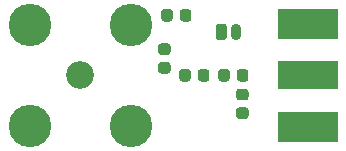
<source format=gts>
G04 #@! TF.GenerationSoftware,KiCad,Pcbnew,5.1.6+dfsg1-1~bpo9+1*
G04 #@! TF.CreationDate,2022-04-04T20:18:43+02:00*
G04 #@! TF.ProjectId,sdrtrx-bias-t,73647274-7278-42d6-9269-61732d742e6b,rev?*
G04 #@! TF.SameCoordinates,Original*
G04 #@! TF.FileFunction,Soldermask,Top*
G04 #@! TF.FilePolarity,Negative*
%FSLAX46Y46*%
G04 Gerber Fmt 4.6, Leading zero omitted, Abs format (unit mm)*
G04 Created by KiCad (PCBNEW 5.1.6+dfsg1-1~bpo9+1) date 2022-04-04 20:18:43*
%MOMM*%
%LPD*%
G01*
G04 APERTURE LIST*
%ADD10C,3.600000*%
%ADD11C,2.350000*%
%ADD12O,0.900000X1.400000*%
%ADD13R,5.180000X2.520000*%
%ADD14R,5.180000X2.390000*%
G04 APERTURE END LIST*
G36*
G01*
X95169000Y-63654250D02*
X95169000Y-63091750D01*
G75*
G02*
X95412750Y-62848000I243750J0D01*
G01*
X95900250Y-62848000D01*
G75*
G02*
X96144000Y-63091750I0J-243750D01*
G01*
X96144000Y-63654250D01*
G75*
G02*
X95900250Y-63898000I-243750J0D01*
G01*
X95412750Y-63898000D01*
G75*
G02*
X95169000Y-63654250I0J243750D01*
G01*
G37*
G36*
G01*
X93594000Y-63654250D02*
X93594000Y-63091750D01*
G75*
G02*
X93837750Y-62848000I243750J0D01*
G01*
X94325250Y-62848000D01*
G75*
G02*
X94569000Y-63091750I0J-243750D01*
G01*
X94569000Y-63654250D01*
G75*
G02*
X94325250Y-63898000I-243750J0D01*
G01*
X93837750Y-63898000D01*
G75*
G02*
X93594000Y-63654250I0J243750D01*
G01*
G37*
G36*
G01*
X99995000Y-68734250D02*
X99995000Y-68171750D01*
G75*
G02*
X100238750Y-67928000I243750J0D01*
G01*
X100726250Y-67928000D01*
G75*
G02*
X100970000Y-68171750I0J-243750D01*
G01*
X100970000Y-68734250D01*
G75*
G02*
X100726250Y-68978000I-243750J0D01*
G01*
X100238750Y-68978000D01*
G75*
G02*
X99995000Y-68734250I0J243750D01*
G01*
G37*
G36*
G01*
X98420000Y-68734250D02*
X98420000Y-68171750D01*
G75*
G02*
X98663750Y-67928000I243750J0D01*
G01*
X99151250Y-67928000D01*
G75*
G02*
X99395000Y-68171750I0J-243750D01*
G01*
X99395000Y-68734250D01*
G75*
G02*
X99151250Y-68978000I-243750J0D01*
G01*
X98663750Y-68978000D01*
G75*
G02*
X98420000Y-68734250I0J243750D01*
G01*
G37*
G36*
G01*
X100175750Y-71166000D02*
X100738250Y-71166000D01*
G75*
G02*
X100982000Y-71409750I0J-243750D01*
G01*
X100982000Y-71897250D01*
G75*
G02*
X100738250Y-72141000I-243750J0D01*
G01*
X100175750Y-72141000D01*
G75*
G02*
X99932000Y-71897250I0J243750D01*
G01*
X99932000Y-71409750D01*
G75*
G02*
X100175750Y-71166000I243750J0D01*
G01*
G37*
G36*
G01*
X100175750Y-69591000D02*
X100738250Y-69591000D01*
G75*
G02*
X100982000Y-69834750I0J-243750D01*
G01*
X100982000Y-70322250D01*
G75*
G02*
X100738250Y-70566000I-243750J0D01*
G01*
X100175750Y-70566000D01*
G75*
G02*
X99932000Y-70322250I0J243750D01*
G01*
X99932000Y-69834750D01*
G75*
G02*
X100175750Y-69591000I243750J0D01*
G01*
G37*
G36*
G01*
X94134250Y-66730500D02*
X93571750Y-66730500D01*
G75*
G02*
X93328000Y-66486750I0J243750D01*
G01*
X93328000Y-65999250D01*
G75*
G02*
X93571750Y-65755500I243750J0D01*
G01*
X94134250Y-65755500D01*
G75*
G02*
X94378000Y-65999250I0J-243750D01*
G01*
X94378000Y-66486750D01*
G75*
G02*
X94134250Y-66730500I-243750J0D01*
G01*
G37*
G36*
G01*
X94134250Y-68305500D02*
X93571750Y-68305500D01*
G75*
G02*
X93328000Y-68061750I0J243750D01*
G01*
X93328000Y-67574250D01*
G75*
G02*
X93571750Y-67330500I243750J0D01*
G01*
X94134250Y-67330500D01*
G75*
G02*
X94378000Y-67574250I0J-243750D01*
G01*
X94378000Y-68061750D01*
G75*
G02*
X94134250Y-68305500I-243750J0D01*
G01*
G37*
D10*
X91041000Y-72753000D03*
X82441000Y-72753000D03*
X82441000Y-64153000D03*
X91041000Y-64153000D03*
D11*
X86741000Y-68453000D03*
D12*
X99929000Y-64770000D03*
G36*
G01*
X98229000Y-65245000D02*
X98229000Y-64295000D01*
G75*
G02*
X98454000Y-64070000I225000J0D01*
G01*
X98904000Y-64070000D01*
G75*
G02*
X99129000Y-64295000I0J-225000D01*
G01*
X99129000Y-65245000D01*
G75*
G02*
X98904000Y-65470000I-225000J0D01*
G01*
X98454000Y-65470000D01*
G75*
G02*
X98229000Y-65245000I0J225000D01*
G01*
G37*
D13*
X105987000Y-64073000D03*
X105987000Y-72833000D03*
D14*
X105987000Y-68453000D03*
G36*
G01*
X96693000Y-68734250D02*
X96693000Y-68171750D01*
G75*
G02*
X96936750Y-67928000I243750J0D01*
G01*
X97424250Y-67928000D01*
G75*
G02*
X97668000Y-68171750I0J-243750D01*
G01*
X97668000Y-68734250D01*
G75*
G02*
X97424250Y-68978000I-243750J0D01*
G01*
X96936750Y-68978000D01*
G75*
G02*
X96693000Y-68734250I0J243750D01*
G01*
G37*
G36*
G01*
X95118000Y-68734250D02*
X95118000Y-68171750D01*
G75*
G02*
X95361750Y-67928000I243750J0D01*
G01*
X95849250Y-67928000D01*
G75*
G02*
X96093000Y-68171750I0J-243750D01*
G01*
X96093000Y-68734250D01*
G75*
G02*
X95849250Y-68978000I-243750J0D01*
G01*
X95361750Y-68978000D01*
G75*
G02*
X95118000Y-68734250I0J243750D01*
G01*
G37*
M02*

</source>
